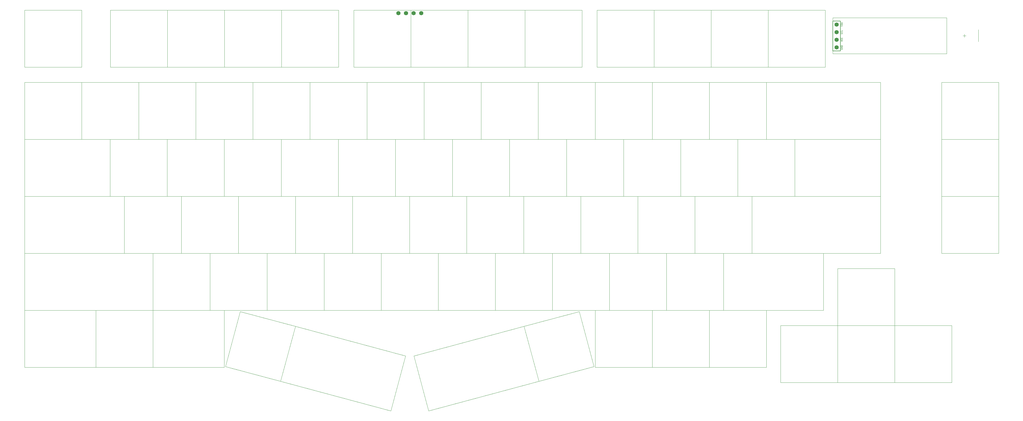
<source format=gbr>
%TF.GenerationSoftware,KiCad,Pcbnew,(6.0.7)*%
%TF.CreationDate,2022-12-11T22:06:55+01:00*%
%TF.ProjectId,middle,6d696464-6c65-42e6-9b69-6361645f7063,rev?*%
%TF.SameCoordinates,Original*%
%TF.FileFunction,Legend,Top*%
%TF.FilePolarity,Positive*%
%FSLAX46Y46*%
G04 Gerber Fmt 4.6, Leading zero omitted, Abs format (unit mm)*
G04 Created by KiCad (PCBNEW (6.0.7)) date 2022-12-11 22:06:55*
%MOMM*%
%LPD*%
G01*
G04 APERTURE LIST*
%ADD10C,0.100000*%
%ADD11C,0.120000*%
%ADD12C,0.150000*%
%ADD13C,1.397000*%
G04 APERTURE END LIST*
D10*
%TO.C,J1*%
X322052380Y-67902142D02*
X322076190Y-67830714D01*
X322076190Y-67711666D01*
X322052380Y-67664047D01*
X322028571Y-67640238D01*
X321980952Y-67616428D01*
X321933333Y-67616428D01*
X321885714Y-67640238D01*
X321861904Y-67664047D01*
X321838095Y-67711666D01*
X321814285Y-67806904D01*
X321790476Y-67854523D01*
X321766666Y-67878333D01*
X321719047Y-67902142D01*
X321671428Y-67902142D01*
X321623809Y-67878333D01*
X321600000Y-67854523D01*
X321576190Y-67806904D01*
X321576190Y-67687857D01*
X321600000Y-67616428D01*
X322076190Y-67402142D02*
X321576190Y-67402142D01*
X321576190Y-67283095D01*
X321600000Y-67211666D01*
X321647619Y-67164047D01*
X321695238Y-67140238D01*
X321790476Y-67116428D01*
X321861904Y-67116428D01*
X321957142Y-67140238D01*
X322004761Y-67164047D01*
X322052380Y-67211666D01*
X322076190Y-67283095D01*
X322076190Y-67402142D01*
X321933333Y-66925952D02*
X321933333Y-66687857D01*
X322076190Y-66973571D02*
X321576190Y-66806904D01*
X322076190Y-66640238D01*
X322052380Y-70490238D02*
X322076190Y-70418809D01*
X322076190Y-70299761D01*
X322052380Y-70252142D01*
X322028571Y-70228333D01*
X321980952Y-70204523D01*
X321933333Y-70204523D01*
X321885714Y-70228333D01*
X321861904Y-70252142D01*
X321838095Y-70299761D01*
X321814285Y-70395000D01*
X321790476Y-70442619D01*
X321766666Y-70466428D01*
X321719047Y-70490238D01*
X321671428Y-70490238D01*
X321623809Y-70466428D01*
X321600000Y-70442619D01*
X321576190Y-70395000D01*
X321576190Y-70275952D01*
X321600000Y-70204523D01*
X322028571Y-69704523D02*
X322052380Y-69728333D01*
X322076190Y-69799761D01*
X322076190Y-69847380D01*
X322052380Y-69918809D01*
X322004761Y-69966428D01*
X321957142Y-69990238D01*
X321861904Y-70014047D01*
X321790476Y-70014047D01*
X321695238Y-69990238D01*
X321647619Y-69966428D01*
X321600000Y-69918809D01*
X321576190Y-69847380D01*
X321576190Y-69799761D01*
X321600000Y-69728333D01*
X321623809Y-69704523D01*
X322076190Y-69252142D02*
X322076190Y-69490238D01*
X321576190Y-69490238D01*
X321576190Y-73061666D02*
X322076190Y-72895000D01*
X321576190Y-72728333D01*
X322028571Y-72275952D02*
X322052380Y-72299761D01*
X322076190Y-72371190D01*
X322076190Y-72418809D01*
X322052380Y-72490238D01*
X322004761Y-72537857D01*
X321957142Y-72561666D01*
X321861904Y-72585476D01*
X321790476Y-72585476D01*
X321695238Y-72561666D01*
X321647619Y-72537857D01*
X321600000Y-72490238D01*
X321576190Y-72418809D01*
X321576190Y-72371190D01*
X321600000Y-72299761D01*
X321623809Y-72275952D01*
X322028571Y-71775952D02*
X322052380Y-71799761D01*
X322076190Y-71871190D01*
X322076190Y-71918809D01*
X322052380Y-71990238D01*
X322004761Y-72037857D01*
X321957142Y-72061666D01*
X321861904Y-72085476D01*
X321790476Y-72085476D01*
X321695238Y-72061666D01*
X321647619Y-72037857D01*
X321600000Y-71990238D01*
X321576190Y-71918809D01*
X321576190Y-71871190D01*
X321600000Y-71799761D01*
X321623809Y-71775952D01*
X321600000Y-75375952D02*
X321576190Y-75423571D01*
X321576190Y-75495000D01*
X321600000Y-75566428D01*
X321647619Y-75614047D01*
X321695238Y-75637857D01*
X321790476Y-75661666D01*
X321861904Y-75661666D01*
X321957142Y-75637857D01*
X322004761Y-75614047D01*
X322052380Y-75566428D01*
X322076190Y-75495000D01*
X322076190Y-75447380D01*
X322052380Y-75375952D01*
X322028571Y-75352142D01*
X321861904Y-75352142D01*
X321861904Y-75447380D01*
X322076190Y-75137857D02*
X321576190Y-75137857D01*
X322076190Y-74852142D01*
X321576190Y-74852142D01*
X322076190Y-74614047D02*
X321576190Y-74614047D01*
X321576190Y-74495000D01*
X321600000Y-74423571D01*
X321647619Y-74375952D01*
X321695238Y-74352142D01*
X321790476Y-74328333D01*
X321861904Y-74328333D01*
X321957142Y-74352142D01*
X322004761Y-74375952D01*
X322052380Y-74423571D01*
X322076190Y-74495000D01*
X322076190Y-74614047D01*
%TO.C,KD13*%
X374225000Y-105720000D02*
X355175000Y-105720000D01*
X374225000Y-86670000D02*
X374225000Y-105720000D01*
X355175000Y-86670000D02*
X374225000Y-86670000D01*
X355175000Y-105720000D02*
X355175000Y-86670000D01*
D11*
%TO.C,SWA13*%
X363275000Y-71070000D02*
X362275000Y-71070000D01*
X367425000Y-69070000D02*
X367425000Y-73070000D01*
X362775000Y-71570000D02*
X362775000Y-70570000D01*
D10*
%TO.C,KA5*%
X158900000Y-81620000D02*
X158900000Y-62570000D01*
X158900000Y-62570000D02*
X177950000Y-62570000D01*
X177950000Y-81620000D02*
X158900000Y-81620000D01*
X177950000Y-62570000D02*
X177950000Y-81620000D01*
%TO.C,KF9*%
X277600000Y-162870000D02*
X296650000Y-162870000D01*
X277600000Y-181920000D02*
X277600000Y-162870000D01*
X296650000Y-181920000D02*
X277600000Y-181920000D01*
X296650000Y-162870000D02*
X296650000Y-181920000D01*
%TO.C,KC7*%
X210925000Y-124770000D02*
X191875000Y-124770000D01*
X191875000Y-105720000D02*
X210925000Y-105720000D01*
X191875000Y-124770000D02*
X191875000Y-105720000D01*
X210925000Y-105720000D02*
X210925000Y-124770000D01*
%TO.C,KE11*%
X315700000Y-162870000D02*
X282362500Y-162870000D01*
X315700000Y-143820000D02*
X315700000Y-162870000D01*
X282362500Y-143820000D02*
X315700000Y-143820000D01*
X282362500Y-162870000D02*
X282362500Y-143820000D01*
%TO.C,KC9*%
X229975000Y-105720000D02*
X249025000Y-105720000D01*
X229975000Y-124770000D02*
X229975000Y-105720000D01*
X249025000Y-124770000D02*
X229975000Y-124770000D01*
X249025000Y-105720000D02*
X249025000Y-124770000D01*
%TO.C,KB9*%
X220450000Y-105720000D02*
X220450000Y-86670000D01*
X220450000Y-86670000D02*
X239500000Y-86670000D01*
X239500000Y-86670000D02*
X239500000Y-105720000D01*
X239500000Y-105720000D02*
X220450000Y-105720000D01*
%TO.C,KF3*%
X134483406Y-186608909D02*
X116082519Y-181678406D01*
X121013022Y-163277519D02*
X139413909Y-168208022D01*
X139413909Y-168208022D02*
X134483406Y-186608909D01*
X116082519Y-181678406D02*
X121013022Y-163277519D01*
%TO.C,KB0*%
X49000000Y-86670000D02*
X68050000Y-86670000D01*
X49000000Y-105720000D02*
X49000000Y-86670000D01*
X68050000Y-86670000D02*
X68050000Y-105720000D01*
X68050000Y-105720000D02*
X49000000Y-105720000D01*
%TO.C,KC2*%
X96625000Y-105720000D02*
X115675000Y-105720000D01*
X96625000Y-124770000D02*
X96625000Y-105720000D01*
X115675000Y-124770000D02*
X96625000Y-124770000D01*
X115675000Y-105720000D02*
X115675000Y-124770000D01*
%TO.C,KD7*%
X215687500Y-143820000D02*
X196637500Y-143820000D01*
X215687500Y-124770000D02*
X215687500Y-143820000D01*
X196637500Y-124770000D02*
X215687500Y-124770000D01*
X196637500Y-143820000D02*
X196637500Y-124770000D01*
%TO.C,KA7*%
X216050000Y-62570000D02*
X216050000Y-81620000D01*
X197000000Y-62570000D02*
X216050000Y-62570000D01*
X216050000Y-81620000D02*
X197000000Y-81620000D01*
X197000000Y-81620000D02*
X197000000Y-62570000D01*
%TO.C,KC3*%
X134725000Y-105720000D02*
X134725000Y-124770000D01*
X115675000Y-124770000D02*
X115675000Y-105720000D01*
X115675000Y-105720000D02*
X134725000Y-105720000D01*
X134725000Y-124770000D02*
X115675000Y-124770000D01*
%TO.C,KA10*%
X278250000Y-62570000D02*
X278250000Y-81620000D01*
X259200000Y-62570000D02*
X278250000Y-62570000D01*
X259200000Y-81620000D02*
X259200000Y-62570000D01*
X278250000Y-81620000D02*
X259200000Y-81620000D01*
%TO.C,KC5*%
X172825000Y-105720000D02*
X172825000Y-124770000D01*
X172825000Y-124770000D02*
X153775000Y-124770000D01*
X153775000Y-124770000D02*
X153775000Y-105720000D01*
X153775000Y-105720000D02*
X172825000Y-105720000D01*
%TO.C,KF11*%
X320462500Y-186970000D02*
X320462500Y-167920000D01*
X339512500Y-167920000D02*
X339512500Y-186970000D01*
X339512500Y-186970000D02*
X320462500Y-186970000D01*
X320462500Y-167920000D02*
X339512500Y-167920000D01*
%TO.C,KE7*%
X206162500Y-143820000D02*
X225212500Y-143820000D01*
X206162500Y-162870000D02*
X206162500Y-143820000D01*
X225212500Y-143820000D02*
X225212500Y-162870000D01*
X225212500Y-162870000D02*
X206162500Y-162870000D01*
%TO.C,KF12*%
X339512500Y-186970000D02*
X339512500Y-167920000D01*
X339512500Y-167920000D02*
X358562500Y-167920000D01*
X358562500Y-167920000D02*
X358562500Y-186970000D01*
X358562500Y-186970000D02*
X339512500Y-186970000D01*
%TO.C,KE5*%
X187112500Y-143820000D02*
X187112500Y-162870000D01*
X187112500Y-162870000D02*
X168062500Y-162870000D01*
X168062500Y-162870000D02*
X168062500Y-143820000D01*
X168062500Y-143820000D02*
X187112500Y-143820000D01*
%TO.C,KB5*%
X163300000Y-105720000D02*
X144250000Y-105720000D01*
X163300000Y-86670000D02*
X163300000Y-105720000D01*
X144250000Y-86670000D02*
X163300000Y-86670000D01*
X144250000Y-105720000D02*
X144250000Y-86670000D01*
%TO.C,KD10*%
X272837500Y-124770000D02*
X272837500Y-143820000D01*
X253787500Y-143820000D02*
X253787500Y-124770000D01*
X253787500Y-124770000D02*
X272837500Y-124770000D01*
X272837500Y-143820000D02*
X253787500Y-143820000D01*
%TO.C,KA0*%
X49000000Y-62570000D02*
X68050000Y-62570000D01*
X68050000Y-62570000D02*
X68050000Y-81620000D01*
X68050000Y-81620000D02*
X49000000Y-81620000D01*
X49000000Y-81620000D02*
X49000000Y-62570000D01*
%TO.C,KD1*%
X82337500Y-143820000D02*
X82337500Y-124770000D01*
X101387500Y-143820000D02*
X82337500Y-143820000D01*
X82337500Y-124770000D02*
X101387500Y-124770000D01*
X101387500Y-124770000D02*
X101387500Y-143820000D01*
%TO.C,KB10*%
X258550000Y-86670000D02*
X258550000Y-105720000D01*
X258550000Y-105720000D02*
X239500000Y-105720000D01*
X239500000Y-86670000D02*
X258550000Y-86670000D01*
X239500000Y-105720000D02*
X239500000Y-86670000D01*
%TO.C,KC11*%
X268075000Y-105720000D02*
X287125000Y-105720000D01*
X287125000Y-105720000D02*
X287125000Y-124770000D01*
X287125000Y-124770000D02*
X268075000Y-124770000D01*
X268075000Y-124770000D02*
X268075000Y-105720000D01*
%TO.C,KF1*%
X72812500Y-162870000D02*
X91862500Y-162870000D01*
X72812500Y-181920000D02*
X72812500Y-162870000D01*
X91862500Y-181920000D02*
X72812500Y-181920000D01*
X91862500Y-162870000D02*
X91862500Y-181920000D01*
%TO.C,KE6*%
X187112500Y-162870000D02*
X187112500Y-143820000D01*
X206162500Y-162870000D02*
X187112500Y-162870000D01*
X206162500Y-143820000D02*
X206162500Y-162870000D01*
X187112500Y-143820000D02*
X206162500Y-143820000D01*
%TO.C,KA3*%
X134800000Y-62570000D02*
X134800000Y-81620000D01*
X134800000Y-81620000D02*
X115750000Y-81620000D01*
X115750000Y-62570000D02*
X134800000Y-62570000D01*
X115750000Y-81620000D02*
X115750000Y-62570000D01*
%TO.C,KE4*%
X168062500Y-162870000D02*
X149012500Y-162870000D01*
X149012500Y-143820000D02*
X168062500Y-143820000D01*
X149012500Y-162870000D02*
X149012500Y-143820000D01*
X168062500Y-143820000D02*
X168062500Y-162870000D01*
%TO.C,KD11*%
X291887500Y-124770000D02*
X291887500Y-143820000D01*
X272837500Y-143820000D02*
X272837500Y-124770000D01*
X272837500Y-124770000D02*
X291887500Y-124770000D01*
X291887500Y-143820000D02*
X272837500Y-143820000D01*
%TO.C,KD8*%
X215687500Y-143820000D02*
X215687500Y-124770000D01*
X234737500Y-143820000D02*
X215687500Y-143820000D01*
X215687500Y-124770000D02*
X234737500Y-124770000D01*
X234737500Y-124770000D02*
X234737500Y-143820000D01*
%TO.C,KF0*%
X72812500Y-162870000D02*
X72812500Y-181920000D01*
X49000000Y-181920000D02*
X72812500Y-181920000D01*
X49000000Y-181920000D02*
X49000000Y-162870000D01*
X49000000Y-162870000D02*
X72812500Y-162870000D01*
%TO.C,KE3*%
X129962500Y-143820000D02*
X149012500Y-143820000D01*
X129962500Y-162870000D02*
X129962500Y-143820000D01*
X149012500Y-143820000D02*
X149012500Y-162870000D01*
X149012500Y-162870000D02*
X129962500Y-162870000D01*
%TO.C,KF10*%
X301412500Y-186970000D02*
X301412500Y-167920000D01*
X320462500Y-167920000D02*
X320462500Y-186970000D01*
X320462500Y-186970000D02*
X301412500Y-186970000D01*
X301412500Y-167920000D02*
X320462500Y-167920000D01*
%TO.C,KC0*%
X49000000Y-124770000D02*
X49000000Y-105720000D01*
X49000000Y-105720000D02*
X77575000Y-105720000D01*
X77575000Y-124770000D02*
X49000000Y-124770000D01*
X77575000Y-105720000D02*
X77575000Y-124770000D01*
%TO.C,KD6*%
X177587500Y-124770000D02*
X196637500Y-124770000D01*
X196637500Y-124770000D02*
X196637500Y-143820000D01*
X177587500Y-143820000D02*
X177587500Y-124770000D01*
X196637500Y-143820000D02*
X177587500Y-143820000D01*
%TO.C,KB2*%
X87100000Y-86670000D02*
X106150000Y-86670000D01*
X87100000Y-105720000D02*
X87100000Y-86670000D01*
X106150000Y-105720000D02*
X87100000Y-105720000D01*
X106150000Y-86670000D02*
X106150000Y-105720000D01*
%TO.C,KC4*%
X153775000Y-105720000D02*
X153775000Y-124770000D01*
X153775000Y-124770000D02*
X134725000Y-124770000D01*
X134725000Y-124770000D02*
X134725000Y-105720000D01*
X134725000Y-105720000D02*
X153775000Y-105720000D01*
%TO.C,KD0*%
X82337500Y-124770000D02*
X82337500Y-143820000D01*
X49000000Y-143820000D02*
X49000000Y-124770000D01*
X82337500Y-143820000D02*
X49000000Y-143820000D01*
X49000000Y-124770000D02*
X82337500Y-124770000D01*
%TO.C,KD3*%
X120437500Y-143820000D02*
X120437500Y-124770000D01*
X139487500Y-143820000D02*
X120437500Y-143820000D01*
X139487500Y-124770000D02*
X139487500Y-143820000D01*
X120437500Y-124770000D02*
X139487500Y-124770000D01*
%TO.C,KF5*%
X178959317Y-178069028D02*
X215761091Y-168208022D01*
X220691594Y-186608909D02*
X183889820Y-196469915D01*
X183889820Y-196469915D02*
X178959317Y-178069028D01*
X215761091Y-168208022D02*
X220691594Y-186608909D01*
%TO.C,KF8*%
X258550000Y-181920000D02*
X258550000Y-162870000D01*
X277600000Y-181920000D02*
X258550000Y-181920000D01*
X258550000Y-162870000D02*
X277600000Y-162870000D01*
X277600000Y-162870000D02*
X277600000Y-181920000D01*
%TO.C,KA11*%
X297300000Y-81620000D02*
X278250000Y-81620000D01*
X278250000Y-81620000D02*
X278250000Y-62570000D01*
X278250000Y-62570000D02*
X297300000Y-62570000D01*
X297300000Y-62570000D02*
X297300000Y-81620000D01*
%TO.C,KD5*%
X158537500Y-124770000D02*
X177587500Y-124770000D01*
X158537500Y-143820000D02*
X158537500Y-124770000D01*
X177587500Y-143820000D02*
X158537500Y-143820000D01*
X177587500Y-124770000D02*
X177587500Y-143820000D01*
%TO.C,KA9*%
X259200000Y-81620000D02*
X240150000Y-81620000D01*
X240150000Y-81620000D02*
X240150000Y-62570000D01*
X259200000Y-62570000D02*
X259200000Y-81620000D01*
X240150000Y-62570000D02*
X259200000Y-62570000D01*
%TO.C,KE8*%
X244262500Y-162870000D02*
X225212500Y-162870000D01*
X244262500Y-143820000D02*
X244262500Y-162870000D01*
X225212500Y-162870000D02*
X225212500Y-143820000D01*
X225212500Y-143820000D02*
X244262500Y-143820000D01*
%TO.C,KB3*%
X125200000Y-86670000D02*
X125200000Y-105720000D01*
X106150000Y-105720000D02*
X106150000Y-86670000D01*
X125200000Y-105720000D02*
X106150000Y-105720000D01*
X106150000Y-86670000D02*
X125200000Y-86670000D01*
%TO.C,KC6*%
X191875000Y-124770000D02*
X172825000Y-124770000D01*
X172825000Y-124770000D02*
X172825000Y-105720000D01*
X172825000Y-105720000D02*
X191875000Y-105720000D01*
X191875000Y-105720000D02*
X191875000Y-124770000D01*
%TO.C,KB8*%
X201400000Y-105720000D02*
X201400000Y-86670000D01*
X201400000Y-86670000D02*
X220450000Y-86670000D01*
X220450000Y-86670000D02*
X220450000Y-105720000D01*
X220450000Y-105720000D02*
X201400000Y-105720000D01*
%TO.C,KA1*%
X96700000Y-62570000D02*
X96700000Y-81620000D01*
X96700000Y-81620000D02*
X77650000Y-81620000D01*
X77650000Y-62570000D02*
X96700000Y-62570000D01*
X77650000Y-81620000D02*
X77650000Y-62570000D01*
%TO.C,KA12*%
X297300000Y-81620000D02*
X297300000Y-62570000D01*
X297300000Y-62570000D02*
X316350000Y-62570000D01*
X316350000Y-62570000D02*
X316350000Y-81620000D01*
X316350000Y-81620000D02*
X297300000Y-81620000D01*
%TO.C,KA8*%
X235100000Y-81620000D02*
X216050000Y-81620000D01*
X235100000Y-62570000D02*
X235100000Y-81620000D01*
X216050000Y-62570000D02*
X235100000Y-62570000D01*
X216050000Y-81620000D02*
X216050000Y-62570000D01*
%TO.C,KE2*%
X110912500Y-162870000D02*
X110912500Y-143820000D01*
X129962500Y-162870000D02*
X110912500Y-162870000D01*
X129962500Y-143820000D02*
X129962500Y-162870000D01*
X110912500Y-143820000D02*
X129962500Y-143820000D01*
D12*
%TO.C,J1*%
X318854000Y-76145000D02*
X318854000Y-66145000D01*
D11*
X356850000Y-77095000D02*
X318850000Y-77095000D01*
D12*
X321394000Y-76145000D02*
X318854000Y-76145000D01*
X321394000Y-76145000D02*
X321394000Y-66145000D01*
D11*
X356850000Y-65095000D02*
X356850000Y-77095000D01*
X318850000Y-77095000D02*
X318850000Y-65095000D01*
D12*
X318854000Y-66145000D02*
X321394000Y-66145000D01*
D11*
X318850000Y-65095000D02*
X356850000Y-65095000D01*
D10*
%TO.C,KE13*%
X374225000Y-124770000D02*
X355175000Y-124770000D01*
X355175000Y-124770000D02*
X355175000Y-105720000D01*
X355175000Y-105720000D02*
X374225000Y-105720000D01*
X374225000Y-105720000D02*
X374225000Y-124770000D01*
%TO.C,KC8*%
X229975000Y-105720000D02*
X229975000Y-124770000D01*
X229975000Y-124770000D02*
X210925000Y-124770000D01*
X210925000Y-124770000D02*
X210925000Y-105720000D01*
X210925000Y-105720000D02*
X229975000Y-105720000D01*
%TO.C,KD4*%
X139487500Y-124770000D02*
X158537500Y-124770000D01*
X158537500Y-143820000D02*
X139487500Y-143820000D01*
X139487500Y-143820000D02*
X139487500Y-124770000D01*
X158537500Y-124770000D02*
X158537500Y-143820000D01*
%TO.C,KB11*%
X258550000Y-86670000D02*
X277600000Y-86670000D01*
X277600000Y-86670000D02*
X277600000Y-105720000D01*
X258550000Y-105720000D02*
X258550000Y-86670000D01*
X277600000Y-105720000D02*
X258550000Y-105720000D01*
%TO.C,KF7*%
X239500000Y-181920000D02*
X239500000Y-162870000D01*
X239500000Y-162870000D02*
X258550000Y-162870000D01*
X258550000Y-162870000D02*
X258550000Y-181920000D01*
X258550000Y-181920000D02*
X239500000Y-181920000D01*
%TO.C,KE0*%
X91862500Y-143820000D02*
X91862500Y-162870000D01*
X49000000Y-143820000D02*
X91862500Y-143820000D01*
X91862500Y-162870000D02*
X49000000Y-162870000D01*
X49000000Y-162870000D02*
X49000000Y-143820000D01*
%TO.C,KC1*%
X96625000Y-124770000D02*
X77575000Y-124770000D01*
X77575000Y-105720000D02*
X96625000Y-105720000D01*
X96625000Y-105720000D02*
X96625000Y-124770000D01*
X77575000Y-124770000D02*
X77575000Y-105720000D01*
%TO.C,KE1*%
X91862500Y-162870000D02*
X91862500Y-143820000D01*
X110912500Y-162870000D02*
X91862500Y-162870000D01*
X110912500Y-143820000D02*
X110912500Y-162870000D01*
X91862500Y-143820000D02*
X110912500Y-143820000D01*
%TO.C,KC13*%
X306175000Y-124770000D02*
X306175000Y-105720000D01*
X334750000Y-124770000D02*
X306175000Y-124770000D01*
X334750000Y-105720000D02*
X334750000Y-124770000D01*
X306175000Y-105720000D02*
X334750000Y-105720000D01*
%TO.C,KB13*%
X296650000Y-105720000D02*
X296650000Y-86670000D01*
X334750000Y-105720000D02*
X296650000Y-105720000D01*
X296650000Y-86670000D02*
X334750000Y-86670000D01*
X334750000Y-86670000D02*
X334750000Y-105720000D01*
%TO.C,KF4*%
X139413909Y-168208022D02*
X176215683Y-178069028D01*
X134483406Y-186608909D02*
X139413909Y-168208022D01*
X171285180Y-196469915D02*
X134483406Y-186608909D01*
X176215683Y-178069028D02*
X171285180Y-196469915D01*
%TO.C,KA4*%
X134800000Y-62570000D02*
X153850000Y-62570000D01*
X153850000Y-81620000D02*
X134800000Y-81620000D01*
X153850000Y-62570000D02*
X153850000Y-81620000D01*
X134800000Y-81620000D02*
X134800000Y-62570000D01*
%TO.C,KC12*%
X287125000Y-105720000D02*
X306175000Y-105720000D01*
X306175000Y-105720000D02*
X306175000Y-124770000D01*
X287125000Y-124770000D02*
X287125000Y-105720000D01*
X306175000Y-124770000D02*
X287125000Y-124770000D01*
%TO.C,KB12*%
X277600000Y-86670000D02*
X296650000Y-86670000D01*
X277600000Y-105720000D02*
X277600000Y-86670000D01*
X296650000Y-86670000D02*
X296650000Y-105720000D01*
X296650000Y-105720000D02*
X277600000Y-105720000D01*
%TO.C,KB4*%
X144250000Y-105720000D02*
X125200000Y-105720000D01*
X125200000Y-105720000D02*
X125200000Y-86670000D01*
X144250000Y-86670000D02*
X144250000Y-105720000D01*
X125200000Y-86670000D02*
X144250000Y-86670000D01*
%TO.C,KB6*%
X163300000Y-105720000D02*
X163300000Y-86670000D01*
X163300000Y-86670000D02*
X182350000Y-86670000D01*
X182350000Y-105720000D02*
X163300000Y-105720000D01*
X182350000Y-86670000D02*
X182350000Y-105720000D01*
%TO.C,KA6*%
X177950000Y-62570000D02*
X197000000Y-62570000D01*
X177950000Y-81620000D02*
X177950000Y-62570000D01*
X197000000Y-62570000D02*
X197000000Y-81620000D01*
X197000000Y-81620000D02*
X177950000Y-81620000D01*
%TO.C,KA2*%
X115750000Y-81620000D02*
X96700000Y-81620000D01*
X115750000Y-62570000D02*
X115750000Y-81620000D01*
X96700000Y-81620000D02*
X96700000Y-62570000D01*
X96700000Y-62570000D02*
X115750000Y-62570000D01*
%TO.C,KF2*%
X91862500Y-162870000D02*
X115675000Y-162870000D01*
X115675000Y-162870000D02*
X115675000Y-181920000D01*
X91862500Y-181920000D02*
X91862500Y-162870000D01*
X91862500Y-181920000D02*
X115675000Y-181920000D01*
%TO.C,KD2*%
X101387500Y-143820000D02*
X101387500Y-124770000D01*
X120437500Y-143820000D02*
X101387500Y-143820000D01*
X101387500Y-124770000D02*
X120437500Y-124770000D01*
X120437500Y-124770000D02*
X120437500Y-143820000D01*
%TO.C,KF13*%
X374225000Y-124770000D02*
X374225000Y-143820000D01*
X355175000Y-124770000D02*
X374225000Y-124770000D01*
X355175000Y-143820000D02*
X355175000Y-124770000D01*
X374225000Y-143820000D02*
X355175000Y-143820000D01*
%TO.C,KB7*%
X201400000Y-86670000D02*
X201400000Y-105720000D01*
X182350000Y-86670000D02*
X201400000Y-86670000D01*
X201400000Y-105720000D02*
X182350000Y-105720000D01*
X182350000Y-105720000D02*
X182350000Y-86670000D01*
%TO.C,KE10*%
X263312500Y-143820000D02*
X282362500Y-143820000D01*
X282362500Y-162870000D02*
X263312500Y-162870000D01*
X282362500Y-143820000D02*
X282362500Y-162870000D01*
X263312500Y-162870000D02*
X263312500Y-143820000D01*
%TO.C,KB1*%
X68050000Y-105720000D02*
X68050000Y-86670000D01*
X87100000Y-86670000D02*
X87100000Y-105720000D01*
X87100000Y-105720000D02*
X68050000Y-105720000D01*
X68050000Y-86670000D02*
X87100000Y-86670000D01*
%TO.C,KD12*%
X291887500Y-143820000D02*
X291887500Y-124770000D01*
X334750000Y-143820000D02*
X291887500Y-143820000D01*
X334750000Y-124770000D02*
X334750000Y-143820000D01*
X291887500Y-124770000D02*
X334750000Y-124770000D01*
%TO.C,KE9*%
X263312500Y-162870000D02*
X244262500Y-162870000D01*
X244262500Y-162870000D02*
X244262500Y-143820000D01*
X244262500Y-143820000D02*
X263312500Y-143820000D01*
X263312500Y-143820000D02*
X263312500Y-162870000D01*
%TO.C,KC10*%
X268075000Y-124770000D02*
X249025000Y-124770000D01*
X249025000Y-124770000D02*
X249025000Y-105720000D01*
X268075000Y-105720000D02*
X268075000Y-124770000D01*
X249025000Y-105720000D02*
X268075000Y-105720000D01*
%TO.C,KE12*%
X339512500Y-148870000D02*
X339512500Y-167920000D01*
X320462500Y-167920000D02*
X320462500Y-148870000D01*
X320462500Y-148870000D02*
X339512500Y-148870000D01*
X339512500Y-167920000D02*
X320462500Y-167920000D01*
%TO.C,KD9*%
X234737500Y-143820000D02*
X234737500Y-124770000D01*
X253787500Y-124770000D02*
X253787500Y-143820000D01*
X234737500Y-124770000D02*
X253787500Y-124770000D01*
X253787500Y-143820000D02*
X234737500Y-143820000D01*
%TO.C,KF6*%
X239092481Y-181678406D02*
X220691594Y-186608909D01*
X220691594Y-186608909D02*
X215761091Y-168208022D01*
X234161978Y-163277519D02*
X239092481Y-181678406D01*
X215761091Y-168208022D02*
X234161978Y-163277519D01*
%TD*%
D13*
%TO.C,J1*%
X320100000Y-74955000D03*
X320100000Y-72415000D03*
X320100000Y-69875000D03*
X320100000Y-67335000D03*
%TD*%
%TO.C,JUSB2*%
X173840000Y-63550000D03*
X176380000Y-63550000D03*
X178920000Y-63550000D03*
X181460000Y-63550000D03*
%TD*%
M02*

</source>
